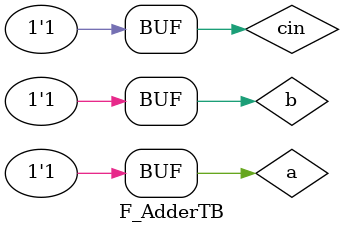
<source format=v>
`timescale 1ns / 1ps

//Malak Majeed Ullah khan  0344-8952407
module F_AdderTB();
reg a, b, cin;
wire sum, cout;

initial
begin
  #00  a = 1'b0; b = 1'b0; cin = 1'b0;
  #10  a = 1'b0; b = 1'b0; cin = 1'b1;
  #10  a = 1'b0; b = 1'b1; cin = 1'b0;
  #10  a = 1'b0; b = 1'b1; cin = 1'b1;
  #10  a = 1'b1; b = 1'b0; cin = 1'b0;
  #10  a = 1'b1; b = 1'b0; cin = 1'b1;
  #10  a = 1'b1; b = 1'b1; cin = 1'b0;
  #10  a = 1'b1; b = 1'b1; cin = 1'b1;
end

initial
$monitor ($time, "ns, inputs = %b  outputs = %d" , {a, b, cin}, {cout, sum});


F_Adder FA0(sum, cout, a, b, cin  );

endmodule

</source>
